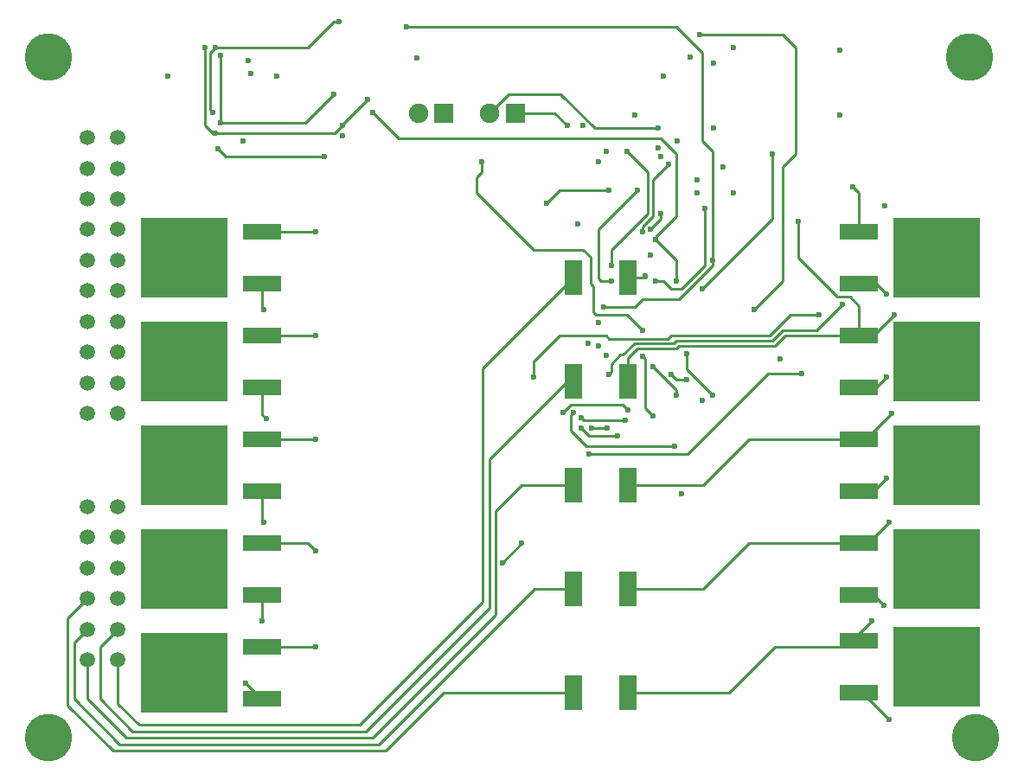
<source format=gbl>
G04 #@! TF.FileFunction,Copper,L4,Bot,Signal*
%FSLAX46Y46*%
G04 Gerber Fmt 4.6, Leading zero omitted, Abs format (unit mm)*
G04 Created by KiCad (PCBNEW 4.0.7-e2-6376~58~ubuntu14.04.1) date Thu Feb 15 21:21:51 2018*
%MOMM*%
%LPD*%
G01*
G04 APERTURE LIST*
%ADD10C,0.100000*%
%ADD11C,1.500000*%
%ADD12R,1.900000X1.900000*%
%ADD13C,1.900000*%
%ADD14R,1.780000X3.500000*%
%ADD15R,8.510000X7.870000*%
%ADD16R,3.810000X1.650000*%
%ADD17C,4.648200*%
%ADD18C,0.600000*%
%ADD19C,0.250000*%
G04 APERTURE END LIST*
D10*
D11*
X82375000Y-130810000D03*
X79375000Y-130810000D03*
X79375000Y-127810000D03*
X82375000Y-127810000D03*
X82375000Y-124810000D03*
X79375000Y-124810000D03*
X79375000Y-121810000D03*
X82375000Y-121810000D03*
X82375000Y-118810000D03*
X79375000Y-118810000D03*
X82375000Y-115810000D03*
X79375000Y-115810000D03*
X82375000Y-106680000D03*
X79375000Y-106680000D03*
X79375000Y-103680000D03*
X82375000Y-103680000D03*
X82375000Y-100680000D03*
X79375000Y-100680000D03*
X79375000Y-97680000D03*
X82375000Y-97680000D03*
X82375000Y-94680000D03*
X79375000Y-94680000D03*
X79375000Y-91680000D03*
X82375000Y-91680000D03*
X82375000Y-88680000D03*
X79375000Y-88680000D03*
X79375000Y-85680000D03*
X82375000Y-85680000D03*
X82375000Y-82680000D03*
X79375000Y-82680000D03*
X82375000Y-79680000D03*
X79375000Y-79680000D03*
D12*
X121285000Y-77275000D03*
D13*
X118785000Y-77275000D03*
D12*
X114300000Y-77275000D03*
D13*
X111800000Y-77275000D03*
D14*
X132280000Y-133985000D03*
X127000000Y-133985000D03*
X132280000Y-123825000D03*
X127000000Y-123825000D03*
X132280000Y-113665000D03*
X127000000Y-113665000D03*
X132280000Y-103505000D03*
X127000000Y-103505000D03*
X132280000Y-93345000D03*
X127000000Y-93345000D03*
D15*
X88900000Y-101600000D03*
D16*
X96525000Y-104140000D03*
X96525000Y-99060000D03*
D15*
X88900000Y-111760000D03*
D16*
X96525000Y-114300000D03*
X96525000Y-109220000D03*
D15*
X88900000Y-121920000D03*
D16*
X96525000Y-124460000D03*
X96525000Y-119380000D03*
D15*
X88900000Y-132080000D03*
D16*
X96525000Y-134620000D03*
X96525000Y-129540000D03*
D15*
X162560000Y-131445000D03*
D16*
X154935000Y-128905000D03*
X154935000Y-133985000D03*
D15*
X162560000Y-121920000D03*
D16*
X154935000Y-119380000D03*
X154935000Y-124460000D03*
D15*
X162560000Y-111760000D03*
D16*
X154935000Y-109220000D03*
X154935000Y-114300000D03*
D15*
X162560000Y-101600000D03*
D16*
X154935000Y-99060000D03*
X154935000Y-104140000D03*
D15*
X162560000Y-91440000D03*
D16*
X154935000Y-88900000D03*
X154935000Y-93980000D03*
D15*
X88900000Y-91440000D03*
D16*
X96525000Y-93980000D03*
X96525000Y-88900000D03*
D17*
X75565000Y-138430000D03*
X166370000Y-138430000D03*
X75565000Y-71755000D03*
X165735000Y-71755000D03*
D18*
X153289000Y-96012000D03*
X130429000Y-102870000D03*
X157480000Y-86360000D03*
X130175000Y-100965000D03*
X127381000Y-88138000D03*
X134493000Y-91186000D03*
X142621000Y-85090000D03*
X133985000Y-93218000D03*
X139065000Y-85090000D03*
X132969000Y-77470000D03*
X127889000Y-78486000D03*
X129413000Y-82042000D03*
X129413000Y-97790000D03*
X137541000Y-114554000D03*
X147193000Y-101346000D03*
X139573000Y-105410000D03*
X94615000Y-80010000D03*
X95123000Y-72136000D03*
X111633000Y-71882000D03*
X154305000Y-84455000D03*
X140716000Y-78740000D03*
X140716000Y-72390000D03*
X104394000Y-79502000D03*
X135509000Y-81534000D03*
X128397000Y-99822000D03*
X135509000Y-87122000D03*
X134493000Y-88646000D03*
X106807000Y-75946000D03*
X110617000Y-68834000D03*
X140589000Y-91694000D03*
X129921000Y-96266000D03*
X138049000Y-100838000D03*
X140589000Y-104902000D03*
X104394000Y-78486000D03*
X91948000Y-79248000D03*
X90932000Y-70866000D03*
X130175000Y-81026000D03*
X135763000Y-73660000D03*
X139319000Y-69596000D03*
X144653000Y-96520000D03*
X138049000Y-103378000D03*
X136525000Y-102870000D03*
X120015000Y-121285000D03*
X121920000Y-119380000D03*
X130302000Y-108077000D03*
X128778000Y-108077000D03*
X132080000Y-107315000D03*
X127762000Y-107061000D03*
X136906000Y-109855000D03*
X127000000Y-106553000D03*
X132334000Y-106299000D03*
X125984000Y-106553000D03*
X149352000Y-102743000D03*
X128524000Y-110617000D03*
X148971000Y-87884000D03*
X158369000Y-97028000D03*
X101727000Y-99060000D03*
X101727000Y-109220000D03*
X101727000Y-120142000D03*
X101727000Y-129540000D03*
X157861000Y-136652000D03*
X157353000Y-125476000D03*
X157607000Y-113030000D03*
X157607000Y-103124000D03*
X157607000Y-94996000D03*
X101727000Y-88900000D03*
X130429000Y-84836000D03*
X124333000Y-86106000D03*
X96647000Y-96520000D03*
X96901000Y-107188000D03*
X96647000Y-117348000D03*
X96520000Y-127000000D03*
X94869000Y-133096000D03*
X156210000Y-127000000D03*
X157861000Y-117348000D03*
X158115000Y-106680000D03*
X87249000Y-73660000D03*
X97917000Y-73660000D03*
X153035000Y-77470000D03*
X139065000Y-83820000D03*
X135255000Y-80645000D03*
X126365000Y-78486000D03*
X135255000Y-78740000D03*
X137160000Y-80010000D03*
X141605000Y-82550000D03*
X153035000Y-71120000D03*
X138430000Y-71755000D03*
X129413000Y-100076000D03*
X133731000Y-101092000D03*
X134747000Y-106934000D03*
X103505000Y-75438000D03*
X92456000Y-78232000D03*
X92456000Y-71628000D03*
X117983000Y-82042000D03*
X133731000Y-98552000D03*
X134747000Y-102108000D03*
X137033000Y-104902000D03*
X104013000Y-68326000D03*
X91694000Y-77216000D03*
X91948000Y-70866000D03*
X133223000Y-84836000D03*
X130683000Y-93726000D03*
X107315000Y-77216000D03*
X135001000Y-89662000D03*
X137033000Y-93726000D03*
X146431000Y-81280000D03*
X139573000Y-94488000D03*
X139827000Y-86614000D03*
X135001000Y-93726000D03*
X130683000Y-92202000D03*
X132207000Y-81026000D03*
X133731000Y-88900000D03*
X136271000Y-82296000D03*
X142621000Y-70866000D03*
X92710000Y-100330000D03*
X85090000Y-102870000D03*
X85090000Y-100330000D03*
X87630000Y-102870000D03*
X86360000Y-104140000D03*
X87630000Y-100330000D03*
X86360000Y-99060000D03*
X91440000Y-101600000D03*
X88900000Y-99060000D03*
X86360000Y-101600000D03*
X88900000Y-101600000D03*
X86360000Y-114300000D03*
X85090000Y-113030000D03*
X92710000Y-110490000D03*
X87630000Y-113030000D03*
X90170000Y-110490000D03*
X87630000Y-110490000D03*
X91440000Y-109220000D03*
X88900000Y-114300000D03*
X88900000Y-109220000D03*
X91440000Y-111760000D03*
X86360000Y-111760000D03*
X88900000Y-111760000D03*
X85090000Y-123190000D03*
X92710000Y-120650000D03*
X87630000Y-123190000D03*
X87630000Y-120650000D03*
X90170000Y-120650000D03*
X88900000Y-124460000D03*
X86360000Y-124460000D03*
X86360000Y-119380000D03*
X91440000Y-121920000D03*
X91440000Y-119380000D03*
X88900000Y-119380000D03*
X86360000Y-129540000D03*
X85090000Y-133350000D03*
X85090000Y-130810000D03*
X87630000Y-130810000D03*
X90170000Y-130810000D03*
X87630000Y-133350000D03*
X91440000Y-129540000D03*
X88900000Y-129540000D03*
X86360000Y-134620000D03*
X88900000Y-134620000D03*
X86360000Y-132080000D03*
X88900000Y-132080000D03*
X159385000Y-133350000D03*
X163195000Y-132080000D03*
X164465000Y-133350000D03*
X164465000Y-130810000D03*
X160655000Y-129540000D03*
X163195000Y-129540000D03*
X165735000Y-134620000D03*
X165735000Y-132080000D03*
X165735000Y-129540000D03*
X158750000Y-123190000D03*
X161290000Y-120650000D03*
X166370000Y-123190000D03*
X166370000Y-120650000D03*
X163830000Y-123190000D03*
X163830000Y-120650000D03*
X165100000Y-124460000D03*
X165100000Y-121920000D03*
X160020000Y-119380000D03*
X162560000Y-119380000D03*
X165100000Y-119380000D03*
X127762000Y-108077000D03*
X131318000Y-108839000D03*
X158750000Y-113030000D03*
X158750000Y-110490000D03*
X161290000Y-110490000D03*
X160020000Y-109220000D03*
X162560000Y-109220000D03*
X163830000Y-113030000D03*
X163830000Y-110490000D03*
X166370000Y-113030000D03*
X166370000Y-110490000D03*
X165100000Y-114300000D03*
X165100000Y-111760000D03*
X165100000Y-109220000D03*
X158750000Y-102870000D03*
X158750000Y-100330000D03*
X161290000Y-100330000D03*
X160020000Y-99060000D03*
X166370000Y-102870000D03*
X166370000Y-100330000D03*
X163830000Y-102870000D03*
X165100000Y-104140000D03*
X163830000Y-100330000D03*
X165100000Y-101600000D03*
X162560000Y-99060000D03*
X165100000Y-99060000D03*
X151003000Y-97028000D03*
X123063000Y-103124000D03*
X158750000Y-90170000D03*
X158750000Y-92710000D03*
X161290000Y-90170000D03*
X162560000Y-88900000D03*
X163830000Y-92710000D03*
X163830000Y-90170000D03*
X166370000Y-92710000D03*
X166370000Y-90170000D03*
X165100000Y-93980000D03*
X165100000Y-91440000D03*
X165100000Y-88900000D03*
X90170000Y-90170000D03*
X87630000Y-90170000D03*
X87630000Y-92710000D03*
X86360000Y-93980000D03*
X86360000Y-88900000D03*
X91440000Y-88900000D03*
X91440000Y-91440000D03*
X88900000Y-88900000D03*
X86360000Y-91440000D03*
X88900000Y-93980000D03*
X88900000Y-91440000D03*
X95377000Y-73406000D03*
X102616000Y-81534000D03*
X92202000Y-80772000D03*
D19*
X150749000Y-98552000D02*
X153289000Y-96012000D01*
X147447000Y-98552000D02*
X150749000Y-98552000D01*
X146431000Y-99568000D02*
X147447000Y-98552000D01*
X137033000Y-99568000D02*
X146431000Y-99568000D01*
X136779000Y-99822000D02*
X137033000Y-99568000D01*
X132969000Y-99822000D02*
X136779000Y-99822000D01*
X131836199Y-100954801D02*
X132969000Y-99822000D01*
X131582199Y-100954801D02*
X131836199Y-100954801D01*
X130683000Y-101854000D02*
X131582199Y-100954801D01*
X130683000Y-102616000D02*
X130683000Y-101854000D01*
X130429000Y-102870000D02*
X130683000Y-102616000D01*
X132280000Y-93345000D02*
X134112000Y-93345000D01*
X134112000Y-93345000D02*
X133985000Y-93218000D01*
X154935000Y-88900000D02*
X154935000Y-85085000D01*
X154935000Y-85085000D02*
X154305000Y-84455000D01*
X135509000Y-87630000D02*
X135509000Y-87122000D01*
X134493000Y-88646000D02*
X135509000Y-87630000D01*
X104394000Y-78486000D02*
X104394000Y-78359000D01*
X104394000Y-78359000D02*
X106807000Y-75946000D01*
X140589000Y-91694000D02*
X140589000Y-81026000D01*
X137033000Y-68834000D02*
X110617000Y-68834000D01*
X139573000Y-71374000D02*
X137033000Y-68834000D01*
X139573000Y-80010000D02*
X139573000Y-71374000D01*
X140589000Y-81026000D02*
X139573000Y-80010000D01*
X140589000Y-92202000D02*
X140589000Y-91694000D01*
X137287000Y-95504000D02*
X140589000Y-92202000D01*
X133731000Y-95504000D02*
X137287000Y-95504000D01*
X132969000Y-96266000D02*
X133731000Y-95504000D01*
X129921000Y-96266000D02*
X132969000Y-96266000D01*
X138049000Y-102362000D02*
X138049000Y-100838000D01*
X140589000Y-104902000D02*
X138049000Y-102362000D01*
X103632000Y-79248000D02*
X91948000Y-79248000D01*
X104394000Y-78486000D02*
X103632000Y-79248000D01*
X91694000Y-79248000D02*
X91948000Y-79248000D01*
X90932000Y-78486000D02*
X91694000Y-79248000D01*
X90932000Y-70866000D02*
X90932000Y-78486000D01*
X147447000Y-69596000D02*
X139319000Y-69596000D01*
X148717000Y-70866000D02*
X147447000Y-69596000D01*
X148717000Y-81280000D02*
X148717000Y-70866000D01*
X147447000Y-82550000D02*
X148717000Y-81280000D01*
X147447000Y-93726000D02*
X147447000Y-82550000D01*
X144653000Y-96520000D02*
X147447000Y-93726000D01*
X137033000Y-103378000D02*
X138049000Y-103378000D01*
X136525000Y-102870000D02*
X137033000Y-103378000D01*
X121920000Y-119380000D02*
X120015000Y-121285000D01*
X128778000Y-108077000D02*
X130302000Y-108077000D01*
X128016000Y-107315000D02*
X132080000Y-107315000D01*
X127762000Y-107061000D02*
X128016000Y-107315000D01*
X128270000Y-109855000D02*
X136906000Y-109855000D01*
X126746000Y-108331000D02*
X128270000Y-109855000D01*
X126746000Y-106807000D02*
X126746000Y-108331000D01*
X127000000Y-106553000D02*
X126746000Y-106807000D01*
X131826000Y-105791000D02*
X132334000Y-106299000D01*
X126746000Y-105791000D02*
X131826000Y-105791000D01*
X125984000Y-106553000D02*
X126746000Y-105791000D01*
X146050000Y-102743000D02*
X149352000Y-102743000D01*
X138176000Y-110617000D02*
X146050000Y-102743000D01*
X128524000Y-110617000D02*
X138176000Y-110617000D01*
X132280000Y-101273000D02*
X132280000Y-103505000D01*
X133223000Y-100330000D02*
X132280000Y-101273000D01*
X137033000Y-100330000D02*
X133223000Y-100330000D01*
X137287000Y-100076000D02*
X137033000Y-100330000D01*
X146685000Y-100076000D02*
X137287000Y-100076000D01*
X147701000Y-99060000D02*
X146685000Y-100076000D01*
X154935000Y-99060000D02*
X147701000Y-99060000D01*
X154935000Y-99060000D02*
X154935000Y-96134000D01*
X148971000Y-91440000D02*
X148971000Y-87884000D01*
X152781000Y-95250000D02*
X148971000Y-91440000D01*
X154051000Y-95250000D02*
X152781000Y-95250000D01*
X154935000Y-96134000D02*
X154051000Y-95250000D01*
X158369000Y-97028000D02*
X156337000Y-99060000D01*
X156337000Y-99060000D02*
X154935000Y-99060000D01*
X96525000Y-99060000D02*
X101727000Y-99060000D01*
X101727000Y-109220000D02*
X96525000Y-109220000D01*
X96525000Y-119380000D02*
X100965000Y-119380000D01*
X100965000Y-119380000D02*
X101727000Y-120142000D01*
X96525000Y-129540000D02*
X101727000Y-129540000D01*
X157861000Y-136652000D02*
X155829000Y-134620000D01*
X155829000Y-134620000D02*
X154935000Y-134620000D01*
X157353000Y-125476000D02*
X156337000Y-124460000D01*
X156337000Y-124460000D02*
X154935000Y-124460000D01*
X157607000Y-113030000D02*
X156337000Y-114300000D01*
X156337000Y-114300000D02*
X154935000Y-114300000D01*
X157607000Y-103124000D02*
X156591000Y-104140000D01*
X156591000Y-104140000D02*
X154935000Y-104140000D01*
X157607000Y-94996000D02*
X156591000Y-93980000D01*
X156591000Y-93980000D02*
X154935000Y-93980000D01*
X101727000Y-88900000D02*
X96525000Y-88900000D01*
X125603000Y-84836000D02*
X130429000Y-84836000D01*
X124333000Y-86106000D02*
X125603000Y-84836000D01*
X96525000Y-93980000D02*
X96525000Y-96398000D01*
X96525000Y-96398000D02*
X96647000Y-96520000D01*
X96525000Y-106812000D02*
X96525000Y-104140000D01*
X96901000Y-107188000D02*
X96525000Y-106812000D01*
X96525000Y-114300000D02*
X96525000Y-117226000D01*
X96525000Y-117226000D02*
X96647000Y-117348000D01*
X96525000Y-126995000D02*
X96525000Y-124460000D01*
X96520000Y-127000000D02*
X96525000Y-126995000D01*
X94869000Y-133096000D02*
X96393000Y-134620000D01*
X96393000Y-134620000D02*
X96525000Y-134620000D01*
X154935000Y-128905000D02*
X154935000Y-128275000D01*
X154935000Y-128275000D02*
X156210000Y-127000000D01*
X154935000Y-129540000D02*
X156083000Y-129540000D01*
X132280000Y-133985000D02*
X142240000Y-133985000D01*
X146685000Y-129540000D02*
X154935000Y-129540000D01*
X142240000Y-133985000D02*
X146685000Y-129540000D01*
X127000000Y-133985000D02*
X114300000Y-133985000D01*
X114300000Y-133985000D02*
X108585000Y-139700000D01*
X108585000Y-139700000D02*
X81915000Y-139700000D01*
X81915000Y-139700000D02*
X77470000Y-135255000D01*
X77470000Y-135255000D02*
X77470000Y-126715000D01*
X77470000Y-126715000D02*
X79375000Y-124810000D01*
X154935000Y-119380000D02*
X155829000Y-119380000D01*
X155829000Y-119380000D02*
X157861000Y-117348000D01*
X132280000Y-123825000D02*
X139700000Y-123825000D01*
X144145000Y-119380000D02*
X154935000Y-119380000D01*
X139700000Y-123825000D02*
X144145000Y-119380000D01*
X127000000Y-123825000D02*
X123190000Y-123825000D01*
X78105000Y-129080000D02*
X79375000Y-127810000D01*
X78105000Y-134620000D02*
X78105000Y-129080000D01*
X82550000Y-139065000D02*
X78105000Y-134620000D01*
X107950000Y-139065000D02*
X82550000Y-139065000D01*
X123190000Y-123825000D02*
X107950000Y-139065000D01*
X154935000Y-109220000D02*
X155575000Y-109220000D01*
X155575000Y-109220000D02*
X158115000Y-106680000D01*
X132280000Y-113665000D02*
X139700000Y-113665000D01*
X144145000Y-109220000D02*
X154935000Y-109220000D01*
X139700000Y-113665000D02*
X144145000Y-109220000D01*
X127000000Y-113665000D02*
X121920000Y-113665000D01*
X79375000Y-134620000D02*
X79375000Y-130810000D01*
X83185000Y-138430000D02*
X79375000Y-134620000D01*
X107315000Y-138430000D02*
X83185000Y-138430000D01*
X119380000Y-126365000D02*
X107315000Y-138430000D01*
X119380000Y-116205000D02*
X119380000Y-126365000D01*
X121920000Y-113665000D02*
X119380000Y-116205000D01*
X127000000Y-103505000D02*
X126365000Y-103505000D01*
X126365000Y-103505000D02*
X118745000Y-111125000D01*
X118745000Y-111125000D02*
X118745000Y-125730000D01*
X118745000Y-125730000D02*
X106680000Y-137795000D01*
X106680000Y-137795000D02*
X83820000Y-137795000D01*
X83820000Y-137795000D02*
X80645000Y-134620000D01*
X80645000Y-134620000D02*
X80645000Y-129540000D01*
X80645000Y-129540000D02*
X82375000Y-127810000D01*
X82375000Y-130810000D02*
X82375000Y-135080000D01*
X118110000Y-102235000D02*
X127000000Y-93345000D01*
X118110000Y-125095000D02*
X118110000Y-102235000D01*
X106045000Y-137160000D02*
X118110000Y-125095000D01*
X84455000Y-137160000D02*
X106045000Y-137160000D01*
X82375000Y-135080000D02*
X84455000Y-137160000D01*
X121285000Y-77275000D02*
X125154000Y-77275000D01*
X125154000Y-77275000D02*
X126365000Y-78486000D01*
X125730000Y-75401998D02*
X120658002Y-75401998D01*
X120658002Y-75401998D02*
X118785000Y-77275000D01*
X135255000Y-78740000D02*
X129068002Y-78740000D01*
X129068002Y-78740000D02*
X125730000Y-75401998D01*
X133731000Y-101092000D02*
X133985000Y-101346000D01*
X133985000Y-101346000D02*
X133985000Y-106172000D01*
X133985000Y-106172000D02*
X134747000Y-106934000D01*
X92456000Y-78232000D02*
X100711000Y-78232000D01*
X100711000Y-78232000D02*
X103505000Y-75438000D01*
X92456000Y-71628000D02*
X92456000Y-78232000D01*
X117983000Y-82042000D02*
X117983000Y-83058000D01*
X117983000Y-83058000D02*
X117475000Y-83566000D01*
X127946998Y-90678000D02*
X128651000Y-91382002D01*
X117475000Y-83566000D02*
X117475000Y-85090000D01*
X132207000Y-97028000D02*
X133731000Y-98552000D01*
X117475000Y-85090000D02*
X123063000Y-90678000D01*
X128905000Y-96774000D02*
X129159000Y-97028000D01*
X123063000Y-90678000D02*
X127946998Y-90678000D01*
X128651000Y-91382002D02*
X128651000Y-93980000D01*
X128651000Y-93980000D02*
X128905000Y-94234000D01*
X128905000Y-94234000D02*
X128905000Y-96774000D01*
X129159000Y-97028000D02*
X132207000Y-97028000D01*
X134747000Y-102108000D02*
X137033000Y-104394000D01*
X137033000Y-104394000D02*
X137033000Y-104902000D01*
X91948000Y-70866000D02*
X100965000Y-70866000D01*
X103505000Y-68326000D02*
X104013000Y-68326000D01*
X100965000Y-70866000D02*
X103505000Y-68326000D01*
X91440000Y-76962000D02*
X91694000Y-77216000D01*
X91440000Y-71374000D02*
X91440000Y-76962000D01*
X91948000Y-70866000D02*
X91440000Y-71374000D01*
X129413000Y-88646000D02*
X133223000Y-84836000D01*
X129413000Y-93472000D02*
X129413000Y-88646000D01*
X129667000Y-93726000D02*
X129413000Y-93472000D01*
X130683000Y-93726000D02*
X129667000Y-93726000D01*
X135001000Y-89662000D02*
X135001000Y-89408000D01*
X109855000Y-79756000D02*
X107315000Y-77216000D01*
X135509000Y-79756000D02*
X109855000Y-79756000D01*
X137033000Y-81280000D02*
X135509000Y-79756000D01*
X137033000Y-87376000D02*
X137033000Y-81280000D01*
X135001000Y-89408000D02*
X137033000Y-87376000D01*
X135001000Y-89662000D02*
X137033000Y-91694000D01*
X137033000Y-91694000D02*
X137033000Y-93726000D01*
X146431000Y-87630000D02*
X146431000Y-81280000D01*
X139573000Y-94488000D02*
X146431000Y-87630000D01*
X139827000Y-92202000D02*
X139827000Y-86614000D01*
X137541000Y-94488000D02*
X139827000Y-92202000D01*
X136525000Y-94488000D02*
X137541000Y-94488000D01*
X135763000Y-93726000D02*
X136525000Y-94488000D01*
X135001000Y-93726000D02*
X135763000Y-93726000D01*
X130683000Y-90678000D02*
X130683000Y-92202000D01*
X134239000Y-87122000D02*
X130683000Y-90678000D01*
X134239000Y-83058000D02*
X134239000Y-87122000D01*
X132207000Y-81026000D02*
X134239000Y-83058000D01*
X133731000Y-88900000D02*
X133731000Y-88392000D01*
X133731000Y-88392000D02*
X134747000Y-87376000D01*
X134747000Y-87376000D02*
X134747000Y-83820000D01*
X134747000Y-83820000D02*
X136271000Y-82296000D01*
X128524000Y-108839000D02*
X131318000Y-108839000D01*
X127762000Y-108077000D02*
X128524000Y-108839000D01*
X148209000Y-97028000D02*
X151003000Y-97028000D01*
X146177000Y-99060000D02*
X148209000Y-97028000D01*
X136525000Y-99060000D02*
X146177000Y-99060000D01*
X136213002Y-99371998D02*
X136525000Y-99060000D01*
X130486998Y-99371998D02*
X136213002Y-99371998D01*
X130175000Y-99060000D02*
X130486998Y-99371998D01*
X125603000Y-99060000D02*
X130175000Y-99060000D01*
X123063000Y-101600000D02*
X125603000Y-99060000D01*
X123063000Y-103124000D02*
X123063000Y-101600000D01*
X90805000Y-90170000D02*
X89535000Y-91440000D01*
X92964000Y-81534000D02*
X102616000Y-81534000D01*
X92202000Y-80772000D02*
X92964000Y-81534000D01*
M02*

</source>
